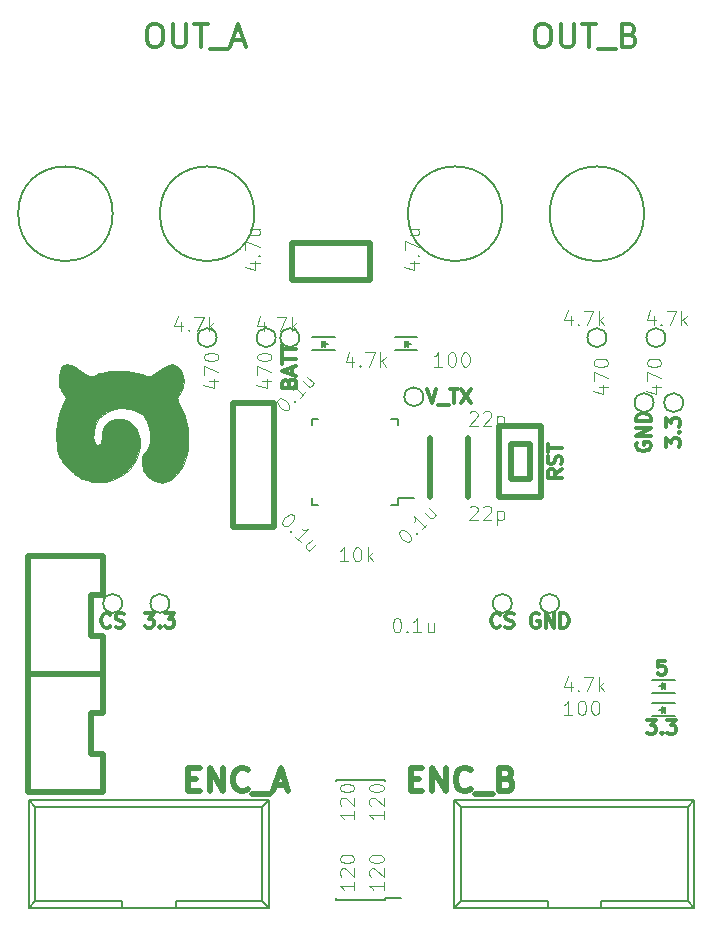
<source format=gbr>
G04 #@! TF.FileFunction,Legend,Top*
%FSLAX46Y46*%
G04 Gerber Fmt 4.6, Leading zero omitted, Abs format (unit mm)*
G04 Created by KiCad (PCBNEW 4.0.5) date 03/15/17 13:10:06*
%MOMM*%
%LPD*%
G01*
G04 APERTURE LIST*
%ADD10C,0.100000*%
%ADD11C,0.300000*%
%ADD12C,0.500000*%
%ADD13C,0.200000*%
%ADD14C,0.150000*%
%ADD15C,0.010000*%
%ADD16C,0.101600*%
G04 APERTURE END LIST*
D10*
D11*
X47614286Y-31342857D02*
X48014286Y-32542857D01*
X48414286Y-31342857D01*
X48528571Y-32657143D02*
X49442857Y-32657143D01*
X49557143Y-31342857D02*
X50242857Y-31342857D01*
X49900000Y-32542857D02*
X49900000Y-31342857D01*
X50528572Y-31342857D02*
X51328572Y-32542857D01*
X51328572Y-31342857D02*
X50528572Y-32542857D01*
X35914286Y-30842857D02*
X35971429Y-30671428D01*
X36028571Y-30614285D01*
X36142857Y-30557142D01*
X36314286Y-30557142D01*
X36428571Y-30614285D01*
X36485714Y-30671428D01*
X36542857Y-30785714D01*
X36542857Y-31242857D01*
X35342857Y-31242857D01*
X35342857Y-30842857D01*
X35400000Y-30728571D01*
X35457143Y-30671428D01*
X35571429Y-30614285D01*
X35685714Y-30614285D01*
X35800000Y-30671428D01*
X35857143Y-30728571D01*
X35914286Y-30842857D01*
X35914286Y-31242857D01*
X36200000Y-30100000D02*
X36200000Y-29528571D01*
X36542857Y-30214285D02*
X35342857Y-29814285D01*
X36542857Y-29414285D01*
X35342857Y-29185714D02*
X35342857Y-28500000D01*
X36542857Y-28842857D02*
X35342857Y-28842857D01*
X35342857Y-28271428D02*
X35342857Y-27585714D01*
X36542857Y-27928571D02*
X35342857Y-27928571D01*
X59042857Y-38157142D02*
X58471429Y-38557142D01*
X59042857Y-38842857D02*
X57842857Y-38842857D01*
X57842857Y-38385714D01*
X57900000Y-38271428D01*
X57957143Y-38214285D01*
X58071429Y-38157142D01*
X58242857Y-38157142D01*
X58357143Y-38214285D01*
X58414286Y-38271428D01*
X58471429Y-38385714D01*
X58471429Y-38842857D01*
X58985714Y-37700000D02*
X59042857Y-37528571D01*
X59042857Y-37242857D01*
X58985714Y-37128571D01*
X58928571Y-37071428D01*
X58814286Y-37014285D01*
X58700000Y-37014285D01*
X58585714Y-37071428D01*
X58528571Y-37128571D01*
X58471429Y-37242857D01*
X58414286Y-37471428D01*
X58357143Y-37585714D01*
X58300000Y-37642857D01*
X58185714Y-37700000D01*
X58071429Y-37700000D01*
X57957143Y-37642857D01*
X57900000Y-37585714D01*
X57842857Y-37471428D01*
X57842857Y-37185714D01*
X57900000Y-37014285D01*
X57842857Y-36671428D02*
X57842857Y-35985714D01*
X59042857Y-36328571D02*
X57842857Y-36328571D01*
X67842857Y-36257142D02*
X67842857Y-35514285D01*
X68300000Y-35914285D01*
X68300000Y-35742857D01*
X68357143Y-35628571D01*
X68414286Y-35571428D01*
X68528571Y-35514285D01*
X68814286Y-35514285D01*
X68928571Y-35571428D01*
X68985714Y-35628571D01*
X69042857Y-35742857D01*
X69042857Y-36085714D01*
X68985714Y-36200000D01*
X68928571Y-36257142D01*
X68928571Y-35000000D02*
X68985714Y-34942857D01*
X69042857Y-35000000D01*
X68985714Y-35057143D01*
X68928571Y-35000000D01*
X69042857Y-35000000D01*
X67842857Y-34542856D02*
X67842857Y-33799999D01*
X68300000Y-34199999D01*
X68300000Y-34028571D01*
X68357143Y-33914285D01*
X68414286Y-33857142D01*
X68528571Y-33799999D01*
X68814286Y-33799999D01*
X68928571Y-33857142D01*
X68985714Y-33914285D01*
X69042857Y-34028571D01*
X69042857Y-34371428D01*
X68985714Y-34485714D01*
X68928571Y-34542856D01*
X65400000Y-35914285D02*
X65342857Y-36028571D01*
X65342857Y-36200000D01*
X65400000Y-36371428D01*
X65514286Y-36485714D01*
X65628571Y-36542857D01*
X65857143Y-36600000D01*
X66028571Y-36600000D01*
X66257143Y-36542857D01*
X66371429Y-36485714D01*
X66485714Y-36371428D01*
X66542857Y-36200000D01*
X66542857Y-36085714D01*
X66485714Y-35914285D01*
X66428571Y-35857142D01*
X66028571Y-35857142D01*
X66028571Y-36085714D01*
X66542857Y-35342857D02*
X65342857Y-35342857D01*
X66542857Y-34657142D01*
X65342857Y-34657142D01*
X66542857Y-34085714D02*
X65342857Y-34085714D01*
X65342857Y-33799999D01*
X65400000Y-33628571D01*
X65514286Y-33514285D01*
X65628571Y-33457142D01*
X65857143Y-33399999D01*
X66028571Y-33399999D01*
X66257143Y-33457142D01*
X66371429Y-33514285D01*
X66485714Y-33628571D01*
X66542857Y-33799999D01*
X66542857Y-34085714D01*
X66242858Y-59342857D02*
X66985715Y-59342857D01*
X66585715Y-59800000D01*
X66757143Y-59800000D01*
X66871429Y-59857143D01*
X66928572Y-59914286D01*
X66985715Y-60028571D01*
X66985715Y-60314286D01*
X66928572Y-60428571D01*
X66871429Y-60485714D01*
X66757143Y-60542857D01*
X66414286Y-60542857D01*
X66300000Y-60485714D01*
X66242858Y-60428571D01*
X67500000Y-60428571D02*
X67557143Y-60485714D01*
X67500000Y-60542857D01*
X67442857Y-60485714D01*
X67500000Y-60428571D01*
X67500000Y-60542857D01*
X67957144Y-59342857D02*
X68700001Y-59342857D01*
X68300001Y-59800000D01*
X68471429Y-59800000D01*
X68585715Y-59857143D01*
X68642858Y-59914286D01*
X68700001Y-60028571D01*
X68700001Y-60314286D01*
X68642858Y-60428571D01*
X68585715Y-60485714D01*
X68471429Y-60542857D01*
X68128572Y-60542857D01*
X68014286Y-60485714D01*
X67957144Y-60428571D01*
X67785715Y-54342857D02*
X67214286Y-54342857D01*
X67157143Y-54914286D01*
X67214286Y-54857143D01*
X67328572Y-54800000D01*
X67614286Y-54800000D01*
X67728572Y-54857143D01*
X67785715Y-54914286D01*
X67842858Y-55028571D01*
X67842858Y-55314286D01*
X67785715Y-55428571D01*
X67728572Y-55485714D01*
X67614286Y-55542857D01*
X67328572Y-55542857D01*
X67214286Y-55485714D01*
X67157143Y-55428571D01*
X53800001Y-51428571D02*
X53742858Y-51485714D01*
X53571429Y-51542857D01*
X53457143Y-51542857D01*
X53285715Y-51485714D01*
X53171429Y-51371429D01*
X53114286Y-51257143D01*
X53057143Y-51028571D01*
X53057143Y-50857143D01*
X53114286Y-50628571D01*
X53171429Y-50514286D01*
X53285715Y-50400000D01*
X53457143Y-50342857D01*
X53571429Y-50342857D01*
X53742858Y-50400000D01*
X53800001Y-50457143D01*
X54257143Y-51485714D02*
X54428572Y-51542857D01*
X54714286Y-51542857D01*
X54828572Y-51485714D01*
X54885715Y-51428571D01*
X54942858Y-51314286D01*
X54942858Y-51200000D01*
X54885715Y-51085714D01*
X54828572Y-51028571D01*
X54714286Y-50971429D01*
X54485715Y-50914286D01*
X54371429Y-50857143D01*
X54314286Y-50800000D01*
X54257143Y-50685714D01*
X54257143Y-50571429D01*
X54314286Y-50457143D01*
X54371429Y-50400000D01*
X54485715Y-50342857D01*
X54771429Y-50342857D01*
X54942858Y-50400000D01*
X20800001Y-51428571D02*
X20742858Y-51485714D01*
X20571429Y-51542857D01*
X20457143Y-51542857D01*
X20285715Y-51485714D01*
X20171429Y-51371429D01*
X20114286Y-51257143D01*
X20057143Y-51028571D01*
X20057143Y-50857143D01*
X20114286Y-50628571D01*
X20171429Y-50514286D01*
X20285715Y-50400000D01*
X20457143Y-50342857D01*
X20571429Y-50342857D01*
X20742858Y-50400000D01*
X20800001Y-50457143D01*
X21257143Y-51485714D02*
X21428572Y-51542857D01*
X21714286Y-51542857D01*
X21828572Y-51485714D01*
X21885715Y-51428571D01*
X21942858Y-51314286D01*
X21942858Y-51200000D01*
X21885715Y-51085714D01*
X21828572Y-51028571D01*
X21714286Y-50971429D01*
X21485715Y-50914286D01*
X21371429Y-50857143D01*
X21314286Y-50800000D01*
X21257143Y-50685714D01*
X21257143Y-50571429D01*
X21314286Y-50457143D01*
X21371429Y-50400000D01*
X21485715Y-50342857D01*
X21771429Y-50342857D01*
X21942858Y-50400000D01*
X57085715Y-50400000D02*
X56971429Y-50342857D01*
X56800000Y-50342857D01*
X56628572Y-50400000D01*
X56514286Y-50514286D01*
X56457143Y-50628571D01*
X56400000Y-50857143D01*
X56400000Y-51028571D01*
X56457143Y-51257143D01*
X56514286Y-51371429D01*
X56628572Y-51485714D01*
X56800000Y-51542857D01*
X56914286Y-51542857D01*
X57085715Y-51485714D01*
X57142858Y-51428571D01*
X57142858Y-51028571D01*
X56914286Y-51028571D01*
X57657143Y-51542857D02*
X57657143Y-50342857D01*
X58342858Y-51542857D01*
X58342858Y-50342857D01*
X58914286Y-51542857D02*
X58914286Y-50342857D01*
X59200001Y-50342857D01*
X59371429Y-50400000D01*
X59485715Y-50514286D01*
X59542858Y-50628571D01*
X59600001Y-50857143D01*
X59600001Y-51028571D01*
X59542858Y-51257143D01*
X59485715Y-51371429D01*
X59371429Y-51485714D01*
X59200001Y-51542857D01*
X58914286Y-51542857D01*
X23742858Y-50342857D02*
X24485715Y-50342857D01*
X24085715Y-50800000D01*
X24257143Y-50800000D01*
X24371429Y-50857143D01*
X24428572Y-50914286D01*
X24485715Y-51028571D01*
X24485715Y-51314286D01*
X24428572Y-51428571D01*
X24371429Y-51485714D01*
X24257143Y-51542857D01*
X23914286Y-51542857D01*
X23800000Y-51485714D01*
X23742858Y-51428571D01*
X25000000Y-51428571D02*
X25057143Y-51485714D01*
X25000000Y-51542857D01*
X24942857Y-51485714D01*
X25000000Y-51428571D01*
X25000000Y-51542857D01*
X25457144Y-50342857D02*
X26200001Y-50342857D01*
X25800001Y-50800000D01*
X25971429Y-50800000D01*
X26085715Y-50857143D01*
X26142858Y-50914286D01*
X26200001Y-51028571D01*
X26200001Y-51314286D01*
X26142858Y-51428571D01*
X26085715Y-51485714D01*
X25971429Y-51542857D01*
X25628572Y-51542857D01*
X25514286Y-51485714D01*
X25457144Y-51428571D01*
D12*
X27404761Y-64357143D02*
X28071428Y-64357143D01*
X28357142Y-65404762D02*
X27404761Y-65404762D01*
X27404761Y-63404762D01*
X28357142Y-63404762D01*
X29214285Y-65404762D02*
X29214285Y-63404762D01*
X30357143Y-65404762D01*
X30357143Y-63404762D01*
X32452381Y-65214286D02*
X32357143Y-65309524D01*
X32071428Y-65404762D01*
X31880952Y-65404762D01*
X31595238Y-65309524D01*
X31404762Y-65119048D01*
X31309523Y-64928571D01*
X31214285Y-64547619D01*
X31214285Y-64261905D01*
X31309523Y-63880952D01*
X31404762Y-63690476D01*
X31595238Y-63500000D01*
X31880952Y-63404762D01*
X32071428Y-63404762D01*
X32357143Y-63500000D01*
X32452381Y-63595238D01*
X32833333Y-65595238D02*
X34357143Y-65595238D01*
X34738095Y-64833333D02*
X35690476Y-64833333D01*
X34547619Y-65404762D02*
X35214286Y-63404762D01*
X35880953Y-65404762D01*
X46261904Y-64357143D02*
X46928571Y-64357143D01*
X47214285Y-65404762D02*
X46261904Y-65404762D01*
X46261904Y-63404762D01*
X47214285Y-63404762D01*
X48071428Y-65404762D02*
X48071428Y-63404762D01*
X49214286Y-65404762D01*
X49214286Y-63404762D01*
X51309524Y-65214286D02*
X51214286Y-65309524D01*
X50928571Y-65404762D01*
X50738095Y-65404762D01*
X50452381Y-65309524D01*
X50261905Y-65119048D01*
X50166666Y-64928571D01*
X50071428Y-64547619D01*
X50071428Y-64261905D01*
X50166666Y-63880952D01*
X50261905Y-63690476D01*
X50452381Y-63500000D01*
X50738095Y-63404762D01*
X50928571Y-63404762D01*
X51214286Y-63500000D01*
X51309524Y-63595238D01*
X51690476Y-65595238D02*
X53214286Y-65595238D01*
X54357143Y-64357143D02*
X54642857Y-64452381D01*
X54738096Y-64547619D01*
X54833334Y-64738095D01*
X54833334Y-65023810D01*
X54738096Y-65214286D01*
X54642857Y-65309524D01*
X54452381Y-65404762D01*
X53690476Y-65404762D01*
X53690476Y-63404762D01*
X54357143Y-63404762D01*
X54547619Y-63500000D01*
X54642857Y-63595238D01*
X54738096Y-63785714D01*
X54738096Y-63976190D01*
X54642857Y-64166667D01*
X54547619Y-64261905D01*
X54357143Y-64357143D01*
X53690476Y-64357143D01*
D13*
X21000000Y-16500000D02*
G75*
G03X21000000Y-16500000I-4000000J0D01*
G01*
X33000000Y-16500000D02*
G75*
G03X33000000Y-16500000I-4000000J0D01*
G01*
X66000000Y-16500000D02*
G75*
G03X66000000Y-16500000I-4000000J0D01*
G01*
X54000000Y-16500000D02*
G75*
G03X54000000Y-16500000I-4000000J0D01*
G01*
D11*
X57238095Y-404762D02*
X57619047Y-404762D01*
X57809523Y-500000D01*
X58000000Y-690476D01*
X58095238Y-1071429D01*
X58095238Y-1738095D01*
X58000000Y-2119048D01*
X57809523Y-2309524D01*
X57619047Y-2404762D01*
X57238095Y-2404762D01*
X57047619Y-2309524D01*
X56857142Y-2119048D01*
X56761904Y-1738095D01*
X56761904Y-1071429D01*
X56857142Y-690476D01*
X57047619Y-500000D01*
X57238095Y-404762D01*
X58952380Y-404762D02*
X58952380Y-2023810D01*
X59047619Y-2214286D01*
X59142857Y-2309524D01*
X59333333Y-2404762D01*
X59714285Y-2404762D01*
X59904761Y-2309524D01*
X60000000Y-2214286D01*
X60095238Y-2023810D01*
X60095238Y-404762D01*
X60761904Y-404762D02*
X61904761Y-404762D01*
X61333333Y-2404762D02*
X61333333Y-404762D01*
X62095238Y-2595238D02*
X63619048Y-2595238D01*
X64761905Y-1357143D02*
X65047619Y-1452381D01*
X65142858Y-1547619D01*
X65238096Y-1738095D01*
X65238096Y-2023810D01*
X65142858Y-2214286D01*
X65047619Y-2309524D01*
X64857143Y-2404762D01*
X64095238Y-2404762D01*
X64095238Y-404762D01*
X64761905Y-404762D01*
X64952381Y-500000D01*
X65047619Y-595238D01*
X65142858Y-785714D01*
X65142858Y-976190D01*
X65047619Y-1166667D01*
X64952381Y-1261905D01*
X64761905Y-1357143D01*
X64095238Y-1357143D01*
X24380952Y-404762D02*
X24761904Y-404762D01*
X24952380Y-500000D01*
X25142857Y-690476D01*
X25238095Y-1071429D01*
X25238095Y-1738095D01*
X25142857Y-2119048D01*
X24952380Y-2309524D01*
X24761904Y-2404762D01*
X24380952Y-2404762D01*
X24190476Y-2309524D01*
X23999999Y-2119048D01*
X23904761Y-1738095D01*
X23904761Y-1071429D01*
X23999999Y-690476D01*
X24190476Y-500000D01*
X24380952Y-404762D01*
X26095237Y-404762D02*
X26095237Y-2023810D01*
X26190476Y-2214286D01*
X26285714Y-2309524D01*
X26476190Y-2404762D01*
X26857142Y-2404762D01*
X27047618Y-2309524D01*
X27142857Y-2214286D01*
X27238095Y-2023810D01*
X27238095Y-404762D01*
X27904761Y-404762D02*
X29047618Y-404762D01*
X28476190Y-2404762D02*
X28476190Y-404762D01*
X29238095Y-2595238D02*
X30761905Y-2595238D01*
X31142857Y-1833333D02*
X32095238Y-1833333D01*
X30952381Y-2404762D02*
X31619048Y-404762D01*
X32285715Y-2404762D01*
D12*
X34700000Y-32500000D02*
X31200000Y-32500000D01*
X34700000Y-43000000D02*
X34700000Y-32500000D01*
X31200000Y-43000000D02*
X31200000Y-32500000D01*
X31200000Y-43000000D02*
X34700000Y-43000000D01*
X42800000Y-19000000D02*
X42800000Y-22100000D01*
X36200000Y-19000000D02*
X36200000Y-22100000D01*
X36200000Y-22100000D02*
X42800000Y-22100000D01*
X36200000Y-19000000D02*
X42800000Y-19000000D01*
X51100000Y-40500000D02*
X51100000Y-35500000D01*
X47900000Y-35500000D02*
X47900000Y-40500000D01*
D14*
X44075000Y-74575000D02*
X44075000Y-74470000D01*
X39925000Y-74575000D02*
X39925000Y-74470000D01*
X39925000Y-64425000D02*
X39925000Y-64530000D01*
X44075000Y-64425000D02*
X44075000Y-64530000D01*
X44075000Y-74575000D02*
X39925000Y-74575000D01*
X44075000Y-64425000D02*
X39925000Y-64425000D01*
X44075000Y-74470000D02*
X45450000Y-74470000D01*
X45125000Y-41125000D02*
X45125000Y-40600000D01*
X37875000Y-41125000D02*
X37875000Y-40600000D01*
X37875000Y-33875000D02*
X37875000Y-34400000D01*
X45125000Y-33875000D02*
X45125000Y-34400000D01*
X45125000Y-41125000D02*
X44600000Y-41125000D01*
X45125000Y-33875000D02*
X44600000Y-33875000D01*
X37875000Y-33875000D02*
X38400000Y-33875000D01*
X37875000Y-41125000D02*
X38400000Y-41125000D01*
X45125000Y-40600000D02*
X46500000Y-40600000D01*
D12*
X56300000Y-36000000D02*
X54700000Y-36000000D01*
X54700000Y-36000000D02*
X54700000Y-39000000D01*
X54700000Y-39000000D02*
X56300000Y-39000000D01*
X56300000Y-39000000D02*
X56300000Y-36000000D01*
X57300000Y-34500000D02*
X53700000Y-34500000D01*
X53700000Y-34500000D02*
X53700000Y-40500000D01*
X53700000Y-40500000D02*
X57300000Y-40500000D01*
X57300000Y-40500000D02*
X57300000Y-34500000D01*
D14*
X68600000Y-55950000D02*
X66700000Y-55950000D01*
X68600000Y-57050000D02*
X66700000Y-57050000D01*
X67700000Y-56500000D02*
X67250000Y-56500000D01*
X67750000Y-56750000D02*
X67750000Y-56250000D01*
X67750000Y-56500000D02*
X67500000Y-56750000D01*
X67500000Y-56750000D02*
X67500000Y-56250000D01*
X67500000Y-56250000D02*
X67750000Y-56500000D01*
X68600000Y-57950000D02*
X66700000Y-57950000D01*
X68600000Y-59050000D02*
X66700000Y-59050000D01*
X67700000Y-58500000D02*
X67250000Y-58500000D01*
X67750000Y-58750000D02*
X67750000Y-58250000D01*
X67750000Y-58500000D02*
X67500000Y-58750000D01*
X67500000Y-58750000D02*
X67500000Y-58250000D01*
X67500000Y-58250000D02*
X67750000Y-58500000D01*
X44900000Y-28050000D02*
X46800000Y-28050000D01*
X44900000Y-26950000D02*
X46800000Y-26950000D01*
X45800000Y-27500000D02*
X46250000Y-27500000D01*
X45750000Y-27250000D02*
X45750000Y-27750000D01*
X45750000Y-27500000D02*
X46000000Y-27250000D01*
X46000000Y-27250000D02*
X46000000Y-27750000D01*
X46000000Y-27750000D02*
X45750000Y-27500000D01*
X37900000Y-28050000D02*
X39800000Y-28050000D01*
X37900000Y-26950000D02*
X39800000Y-26950000D01*
X38800000Y-27500000D02*
X39250000Y-27500000D01*
X38750000Y-27250000D02*
X38750000Y-27750000D01*
X38750000Y-27500000D02*
X39000000Y-27250000D01*
X39000000Y-27250000D02*
X39000000Y-27750000D01*
X39000000Y-27750000D02*
X38750000Y-27500000D01*
X58803219Y-49500000D02*
G75*
G03X58803219Y-49500000I-803219J0D01*
G01*
X25803219Y-49500000D02*
G75*
G03X25803219Y-49500000I-803219J0D01*
G01*
X54803219Y-49500000D02*
G75*
G03X54803219Y-49500000I-803219J0D01*
G01*
X21803219Y-49500000D02*
G75*
G03X21803219Y-49500000I-803219J0D01*
G01*
X29803219Y-27000000D02*
G75*
G03X29803219Y-27000000I-803219J0D01*
G01*
X34803219Y-27000000D02*
G75*
G03X34803219Y-27000000I-803219J0D01*
G01*
X47303219Y-32000000D02*
G75*
G03X47303219Y-32000000I-803219J0D01*
G01*
X67803219Y-27000000D02*
G75*
G03X67803219Y-27000000I-803219J0D01*
G01*
X36803219Y-27000000D02*
G75*
G03X36803219Y-27000000I-803219J0D01*
G01*
X69303219Y-32500000D02*
G75*
G03X69303219Y-32500000I-803219J0D01*
G01*
X66803219Y-32500000D02*
G75*
G03X66803219Y-32500000I-803219J0D01*
G01*
X62803219Y-27000000D02*
G75*
G03X62803219Y-27000000I-803219J0D01*
G01*
X13920000Y-66180000D02*
X34240000Y-66180000D01*
X14460000Y-66730000D02*
X33680000Y-66730000D01*
X13920000Y-75280000D02*
X34240000Y-75280000D01*
X14460000Y-74730000D02*
X21830000Y-74730000D01*
X26330000Y-74730000D02*
X33680000Y-74730000D01*
X21830000Y-74730000D02*
X21830000Y-75280000D01*
X26330000Y-74730000D02*
X26330000Y-75280000D01*
X13920000Y-66180000D02*
X13920000Y-75280000D01*
X14460000Y-66730000D02*
X14460000Y-74730000D01*
X34240000Y-66180000D02*
X34240000Y-75280000D01*
X33680000Y-66730000D02*
X33680000Y-74730000D01*
X13920000Y-66180000D02*
X14460000Y-66730000D01*
X34240000Y-66180000D02*
X33680000Y-66730000D01*
X13920000Y-75280000D02*
X14460000Y-74730000D01*
X34240000Y-75280000D02*
X33680000Y-74730000D01*
X49920000Y-66180000D02*
X70240000Y-66180000D01*
X50460000Y-66730000D02*
X69680000Y-66730000D01*
X49920000Y-75280000D02*
X70240000Y-75280000D01*
X50460000Y-74730000D02*
X57830000Y-74730000D01*
X62330000Y-74730000D02*
X69680000Y-74730000D01*
X57830000Y-74730000D02*
X57830000Y-75280000D01*
X62330000Y-74730000D02*
X62330000Y-75280000D01*
X49920000Y-66180000D02*
X49920000Y-75280000D01*
X50460000Y-66730000D02*
X50460000Y-74730000D01*
X70240000Y-66180000D02*
X70240000Y-75280000D01*
X69680000Y-66730000D02*
X69680000Y-74730000D01*
X49920000Y-66180000D02*
X50460000Y-66730000D01*
X70240000Y-66180000D02*
X69680000Y-66730000D01*
X49920000Y-75280000D02*
X50460000Y-74730000D01*
X70240000Y-75280000D02*
X69680000Y-74730000D01*
D12*
X19200000Y-62250000D02*
X19200000Y-58750000D01*
X19200000Y-58750000D02*
X20200000Y-58750000D01*
X20200000Y-58750000D02*
X20200000Y-55500000D01*
X20200000Y-65500000D02*
X20200000Y-62250000D01*
X20200000Y-62250000D02*
X19200000Y-62250000D01*
X13800000Y-65500000D02*
X13800000Y-55500000D01*
X13800000Y-55500000D02*
X20200000Y-55500000D01*
X13800000Y-65500000D02*
X20200000Y-65500000D01*
X19200000Y-52250000D02*
X19200000Y-48750000D01*
X19200000Y-48750000D02*
X20200000Y-48750000D01*
X20200000Y-48750000D02*
X20200000Y-45500000D01*
X20200000Y-55500000D02*
X20200000Y-52250000D01*
X20200000Y-52250000D02*
X19200000Y-52250000D01*
X13800000Y-55500000D02*
X13800000Y-45500000D01*
X13800000Y-45500000D02*
X20200000Y-45500000D01*
X13800000Y-55500000D02*
X20200000Y-55500000D01*
D15*
G36*
X17389403Y-29306246D02*
X17705218Y-29436997D01*
X18064902Y-29647421D01*
X18070091Y-29650838D01*
X18347670Y-29832361D01*
X18591297Y-29987790D01*
X18850661Y-30148717D01*
X18920112Y-30191264D01*
X19025364Y-30247785D01*
X19123656Y-30273269D01*
X19237470Y-30264824D01*
X19389287Y-30219554D01*
X19601590Y-30134567D01*
X19705244Y-30090202D01*
X19876226Y-30030274D01*
X20035444Y-29991456D01*
X20196826Y-29956492D01*
X20331600Y-29917409D01*
X20474963Y-29884762D01*
X20695010Y-29855970D01*
X20966855Y-29832346D01*
X21265613Y-29815207D01*
X21566399Y-29805865D01*
X21844327Y-29805636D01*
X22074512Y-29815835D01*
X22138118Y-29821985D01*
X22664229Y-29893140D01*
X23100407Y-29974641D01*
X23458031Y-30069192D01*
X23748483Y-30179501D01*
X23848810Y-30228859D01*
X24031292Y-30273902D01*
X24230478Y-30222477D01*
X24450134Y-30073554D01*
X24466092Y-30059700D01*
X24564545Y-29992293D01*
X24629545Y-29970800D01*
X24700112Y-29941972D01*
X24708866Y-29928341D01*
X24760371Y-29881785D01*
X24880103Y-29801105D01*
X25046118Y-29698991D01*
X25236469Y-29588132D01*
X25429211Y-29481217D01*
X25602400Y-29390936D01*
X25734089Y-29329977D01*
X25762080Y-29319354D01*
X26016653Y-29259424D01*
X26232506Y-29279891D01*
X26439691Y-29386365D01*
X26538708Y-29464352D01*
X26756644Y-29703539D01*
X26903565Y-29992120D01*
X26984303Y-30342493D01*
X27004386Y-30659219D01*
X26975465Y-31067987D01*
X26877486Y-31415456D01*
X26705113Y-31719459D01*
X26675327Y-31758815D01*
X26571120Y-31897193D01*
X26505072Y-32011053D01*
X26478503Y-32120631D01*
X26492734Y-32246164D01*
X26549084Y-32407889D01*
X26648874Y-32626042D01*
X26744687Y-32821957D01*
X26882265Y-33101163D01*
X26982060Y-33304895D01*
X27050943Y-33448941D01*
X27095785Y-33549086D01*
X27123460Y-33621119D01*
X27140837Y-33680826D01*
X27154788Y-33743994D01*
X27162764Y-33782467D01*
X27201852Y-33945457D01*
X27253958Y-34135297D01*
X27269424Y-34187200D01*
X27324517Y-34426361D01*
X27369561Y-34735236D01*
X27401629Y-35082187D01*
X27417792Y-35435578D01*
X27415196Y-35762000D01*
X27355903Y-36458016D01*
X27240335Y-37070477D01*
X27068130Y-37600654D01*
X26838928Y-38049821D01*
X26717139Y-38225800D01*
X26377378Y-38627271D01*
X26041857Y-38932544D01*
X25712514Y-39140280D01*
X25391287Y-39249138D01*
X25211732Y-39266435D01*
X25024806Y-39248607D01*
X24807646Y-39200868D01*
X24595897Y-39133935D01*
X24425208Y-39058523D01*
X24350349Y-39007466D01*
X24257905Y-38936482D01*
X24198151Y-38911600D01*
X24133175Y-38877314D01*
X24026937Y-38790619D01*
X23904250Y-38675753D01*
X23789928Y-38556957D01*
X23708781Y-38458472D01*
X23684400Y-38409693D01*
X23657021Y-38355475D01*
X23645151Y-38352800D01*
X23608194Y-38306459D01*
X23568387Y-38184638D01*
X23530915Y-38013137D01*
X23500965Y-37817758D01*
X23483722Y-37624301D01*
X23481483Y-37538512D01*
X23505882Y-37214359D01*
X23586935Y-36940670D01*
X23737532Y-36676215D01*
X23761875Y-36641773D01*
X23873637Y-36486521D01*
X23973289Y-36348070D01*
X24019850Y-36283369D01*
X24084068Y-36139010D01*
X24133322Y-35920822D01*
X24164988Y-35655825D01*
X24176444Y-35371038D01*
X24165069Y-35093480D01*
X24148611Y-34956770D01*
X24109851Y-34749206D01*
X24063878Y-34563273D01*
X24020285Y-34437458D01*
X24018044Y-34432842D01*
X23952646Y-34272210D01*
X23913112Y-34136911D01*
X23879848Y-34030161D01*
X23846015Y-33984045D01*
X23845164Y-33984000D01*
X23803967Y-33942422D01*
X23747462Y-33840300D01*
X23738127Y-33819817D01*
X23635375Y-33642382D01*
X23486045Y-33488225D01*
X23268216Y-33336485D01*
X23169684Y-33278930D01*
X22796013Y-33111849D01*
X22379910Y-33012369D01*
X21905378Y-32977366D01*
X21652400Y-32982538D01*
X21221109Y-33026117D01*
X20851552Y-33120703D01*
X20511944Y-33277596D01*
X20170497Y-33508098D01*
X20167359Y-33510511D01*
X19871245Y-33780843D01*
X19652037Y-34083648D01*
X19501699Y-34435149D01*
X19412194Y-34851571D01*
X19388157Y-35083585D01*
X19379397Y-35441620D01*
X19409973Y-35728293D01*
X19477655Y-35937624D01*
X19580213Y-36063637D01*
X19715418Y-36100353D01*
X19764392Y-36092474D01*
X19901984Y-36038269D01*
X19994300Y-35945977D01*
X20049027Y-35798504D01*
X20073852Y-35578760D01*
X20077600Y-35396104D01*
X20083541Y-35142784D01*
X20108960Y-34949234D01*
X20165245Y-34779551D01*
X20263784Y-34597827D01*
X20393083Y-34401503D01*
X20619004Y-34151956D01*
X20906866Y-33977900D01*
X21209227Y-33884760D01*
X21539132Y-33844286D01*
X21841631Y-33872453D01*
X22137589Y-33975316D01*
X22447873Y-34158930D01*
X22634512Y-34298368D01*
X22846022Y-34479969D01*
X22991876Y-34647791D01*
X23095829Y-34836303D01*
X23181637Y-35079979D01*
X23188051Y-35101600D01*
X23287979Y-35603832D01*
X23302623Y-36120275D01*
X23234952Y-36630490D01*
X23087937Y-37114038D01*
X22864547Y-37550481D01*
X22823077Y-37612890D01*
X22432322Y-38102750D01*
X21993584Y-38503749D01*
X21502282Y-38818887D01*
X20953832Y-39051166D01*
X20414888Y-39190455D01*
X20177723Y-39232480D01*
X19985736Y-39254257D01*
X19803835Y-39255845D01*
X19596930Y-39237305D01*
X19329932Y-39198698D01*
X19290200Y-39192404D01*
X18816201Y-39086581D01*
X18405514Y-38927059D01*
X18274200Y-38858323D01*
X18030587Y-38718430D01*
X17865788Y-38614552D01*
X17767332Y-38538095D01*
X17722749Y-38480464D01*
X17721531Y-38477458D01*
X17657722Y-38411434D01*
X17623631Y-38403600D01*
X17552824Y-38366873D01*
X17435246Y-38268639D01*
X17287480Y-38126819D01*
X17126111Y-37959330D01*
X16967725Y-37784093D01*
X16828904Y-37619028D01*
X16726234Y-37482054D01*
X16676300Y-37391090D01*
X16674000Y-37377520D01*
X16656298Y-37300530D01*
X16635600Y-37286000D01*
X16599111Y-37256809D01*
X16550310Y-37161866D01*
X16484393Y-36990114D01*
X16403793Y-36752600D01*
X16311313Y-36404165D01*
X16252846Y-36017241D01*
X16226587Y-35572993D01*
X16230734Y-35052586D01*
X16233559Y-34974600D01*
X16269409Y-34427768D01*
X16335863Y-33948913D01*
X16440738Y-33506997D01*
X16591850Y-33070985D01*
X16797017Y-32609840D01*
X16862591Y-32477200D01*
X16953195Y-32291357D01*
X17001640Y-32167634D01*
X17014037Y-32078752D01*
X16996500Y-31997431D01*
X16979752Y-31954299D01*
X16900026Y-31810910D01*
X16787970Y-31661396D01*
X16765541Y-31636432D01*
X16663296Y-31500283D01*
X16595982Y-31362052D01*
X16588466Y-31333834D01*
X16556522Y-31230863D01*
X16522305Y-31190000D01*
X16486100Y-31143257D01*
X16463085Y-31017327D01*
X16452456Y-30833650D01*
X16453409Y-30613670D01*
X16465141Y-30378829D01*
X16486847Y-30150572D01*
X16517726Y-29950340D01*
X16556972Y-29799576D01*
X16576064Y-29755589D01*
X16616336Y-29649405D01*
X16623262Y-29603189D01*
X16654204Y-29524399D01*
X16729963Y-29415412D01*
X16743472Y-29399300D01*
X16904700Y-29286671D01*
X17121287Y-29255896D01*
X17389403Y-29306246D01*
X17389403Y-29306246D01*
G37*
X17389403Y-29306246D02*
X17705218Y-29436997D01*
X18064902Y-29647421D01*
X18070091Y-29650838D01*
X18347670Y-29832361D01*
X18591297Y-29987790D01*
X18850661Y-30148717D01*
X18920112Y-30191264D01*
X19025364Y-30247785D01*
X19123656Y-30273269D01*
X19237470Y-30264824D01*
X19389287Y-30219554D01*
X19601590Y-30134567D01*
X19705244Y-30090202D01*
X19876226Y-30030274D01*
X20035444Y-29991456D01*
X20196826Y-29956492D01*
X20331600Y-29917409D01*
X20474963Y-29884762D01*
X20695010Y-29855970D01*
X20966855Y-29832346D01*
X21265613Y-29815207D01*
X21566399Y-29805865D01*
X21844327Y-29805636D01*
X22074512Y-29815835D01*
X22138118Y-29821985D01*
X22664229Y-29893140D01*
X23100407Y-29974641D01*
X23458031Y-30069192D01*
X23748483Y-30179501D01*
X23848810Y-30228859D01*
X24031292Y-30273902D01*
X24230478Y-30222477D01*
X24450134Y-30073554D01*
X24466092Y-30059700D01*
X24564545Y-29992293D01*
X24629545Y-29970800D01*
X24700112Y-29941972D01*
X24708866Y-29928341D01*
X24760371Y-29881785D01*
X24880103Y-29801105D01*
X25046118Y-29698991D01*
X25236469Y-29588132D01*
X25429211Y-29481217D01*
X25602400Y-29390936D01*
X25734089Y-29329977D01*
X25762080Y-29319354D01*
X26016653Y-29259424D01*
X26232506Y-29279891D01*
X26439691Y-29386365D01*
X26538708Y-29464352D01*
X26756644Y-29703539D01*
X26903565Y-29992120D01*
X26984303Y-30342493D01*
X27004386Y-30659219D01*
X26975465Y-31067987D01*
X26877486Y-31415456D01*
X26705113Y-31719459D01*
X26675327Y-31758815D01*
X26571120Y-31897193D01*
X26505072Y-32011053D01*
X26478503Y-32120631D01*
X26492734Y-32246164D01*
X26549084Y-32407889D01*
X26648874Y-32626042D01*
X26744687Y-32821957D01*
X26882265Y-33101163D01*
X26982060Y-33304895D01*
X27050943Y-33448941D01*
X27095785Y-33549086D01*
X27123460Y-33621119D01*
X27140837Y-33680826D01*
X27154788Y-33743994D01*
X27162764Y-33782467D01*
X27201852Y-33945457D01*
X27253958Y-34135297D01*
X27269424Y-34187200D01*
X27324517Y-34426361D01*
X27369561Y-34735236D01*
X27401629Y-35082187D01*
X27417792Y-35435578D01*
X27415196Y-35762000D01*
X27355903Y-36458016D01*
X27240335Y-37070477D01*
X27068130Y-37600654D01*
X26838928Y-38049821D01*
X26717139Y-38225800D01*
X26377378Y-38627271D01*
X26041857Y-38932544D01*
X25712514Y-39140280D01*
X25391287Y-39249138D01*
X25211732Y-39266435D01*
X25024806Y-39248607D01*
X24807646Y-39200868D01*
X24595897Y-39133935D01*
X24425208Y-39058523D01*
X24350349Y-39007466D01*
X24257905Y-38936482D01*
X24198151Y-38911600D01*
X24133175Y-38877314D01*
X24026937Y-38790619D01*
X23904250Y-38675753D01*
X23789928Y-38556957D01*
X23708781Y-38458472D01*
X23684400Y-38409693D01*
X23657021Y-38355475D01*
X23645151Y-38352800D01*
X23608194Y-38306459D01*
X23568387Y-38184638D01*
X23530915Y-38013137D01*
X23500965Y-37817758D01*
X23483722Y-37624301D01*
X23481483Y-37538512D01*
X23505882Y-37214359D01*
X23586935Y-36940670D01*
X23737532Y-36676215D01*
X23761875Y-36641773D01*
X23873637Y-36486521D01*
X23973289Y-36348070D01*
X24019850Y-36283369D01*
X24084068Y-36139010D01*
X24133322Y-35920822D01*
X24164988Y-35655825D01*
X24176444Y-35371038D01*
X24165069Y-35093480D01*
X24148611Y-34956770D01*
X24109851Y-34749206D01*
X24063878Y-34563273D01*
X24020285Y-34437458D01*
X24018044Y-34432842D01*
X23952646Y-34272210D01*
X23913112Y-34136911D01*
X23879848Y-34030161D01*
X23846015Y-33984045D01*
X23845164Y-33984000D01*
X23803967Y-33942422D01*
X23747462Y-33840300D01*
X23738127Y-33819817D01*
X23635375Y-33642382D01*
X23486045Y-33488225D01*
X23268216Y-33336485D01*
X23169684Y-33278930D01*
X22796013Y-33111849D01*
X22379910Y-33012369D01*
X21905378Y-32977366D01*
X21652400Y-32982538D01*
X21221109Y-33026117D01*
X20851552Y-33120703D01*
X20511944Y-33277596D01*
X20170497Y-33508098D01*
X20167359Y-33510511D01*
X19871245Y-33780843D01*
X19652037Y-34083648D01*
X19501699Y-34435149D01*
X19412194Y-34851571D01*
X19388157Y-35083585D01*
X19379397Y-35441620D01*
X19409973Y-35728293D01*
X19477655Y-35937624D01*
X19580213Y-36063637D01*
X19715418Y-36100353D01*
X19764392Y-36092474D01*
X19901984Y-36038269D01*
X19994300Y-35945977D01*
X20049027Y-35798504D01*
X20073852Y-35578760D01*
X20077600Y-35396104D01*
X20083541Y-35142784D01*
X20108960Y-34949234D01*
X20165245Y-34779551D01*
X20263784Y-34597827D01*
X20393083Y-34401503D01*
X20619004Y-34151956D01*
X20906866Y-33977900D01*
X21209227Y-33884760D01*
X21539132Y-33844286D01*
X21841631Y-33872453D01*
X22137589Y-33975316D01*
X22447873Y-34158930D01*
X22634512Y-34298368D01*
X22846022Y-34479969D01*
X22991876Y-34647791D01*
X23095829Y-34836303D01*
X23181637Y-35079979D01*
X23188051Y-35101600D01*
X23287979Y-35603832D01*
X23302623Y-36120275D01*
X23234952Y-36630490D01*
X23087937Y-37114038D01*
X22864547Y-37550481D01*
X22823077Y-37612890D01*
X22432322Y-38102750D01*
X21993584Y-38503749D01*
X21502282Y-38818887D01*
X20953832Y-39051166D01*
X20414888Y-39190455D01*
X20177723Y-39232480D01*
X19985736Y-39254257D01*
X19803835Y-39255845D01*
X19596930Y-39237305D01*
X19329932Y-39198698D01*
X19290200Y-39192404D01*
X18816201Y-39086581D01*
X18405514Y-38927059D01*
X18274200Y-38858323D01*
X18030587Y-38718430D01*
X17865788Y-38614552D01*
X17767332Y-38538095D01*
X17722749Y-38480464D01*
X17721531Y-38477458D01*
X17657722Y-38411434D01*
X17623631Y-38403600D01*
X17552824Y-38366873D01*
X17435246Y-38268639D01*
X17287480Y-38126819D01*
X17126111Y-37959330D01*
X16967725Y-37784093D01*
X16828904Y-37619028D01*
X16726234Y-37482054D01*
X16676300Y-37391090D01*
X16674000Y-37377520D01*
X16656298Y-37300530D01*
X16635600Y-37286000D01*
X16599111Y-37256809D01*
X16550310Y-37161866D01*
X16484393Y-36990114D01*
X16403793Y-36752600D01*
X16311313Y-36404165D01*
X16252846Y-36017241D01*
X16226587Y-35572993D01*
X16230734Y-35052586D01*
X16233559Y-34974600D01*
X16269409Y-34427768D01*
X16335863Y-33948913D01*
X16440738Y-33506997D01*
X16591850Y-33070985D01*
X16797017Y-32609840D01*
X16862591Y-32477200D01*
X16953195Y-32291357D01*
X17001640Y-32167634D01*
X17014037Y-32078752D01*
X16996500Y-31997431D01*
X16979752Y-31954299D01*
X16900026Y-31810910D01*
X16787970Y-31661396D01*
X16765541Y-31636432D01*
X16663296Y-31500283D01*
X16595982Y-31362052D01*
X16588466Y-31333834D01*
X16556522Y-31230863D01*
X16522305Y-31190000D01*
X16486100Y-31143257D01*
X16463085Y-31017327D01*
X16452456Y-30833650D01*
X16453409Y-30613670D01*
X16465141Y-30378829D01*
X16486847Y-30150572D01*
X16517726Y-29950340D01*
X16556972Y-29799576D01*
X16576064Y-29755589D01*
X16616336Y-29649405D01*
X16623262Y-29603189D01*
X16654204Y-29524399D01*
X16729963Y-29415412D01*
X16743472Y-29399300D01*
X16904700Y-29286671D01*
X17121287Y-29255896D01*
X17389403Y-29306246D01*
D16*
X45017071Y-50736048D02*
X45131976Y-50736048D01*
X45246881Y-50793500D01*
X45304333Y-50850952D01*
X45361786Y-50965857D01*
X45419238Y-51195667D01*
X45419238Y-51482929D01*
X45361786Y-51712738D01*
X45304333Y-51827643D01*
X45246881Y-51885095D01*
X45131976Y-51942548D01*
X45017071Y-51942548D01*
X44902167Y-51885095D01*
X44844714Y-51827643D01*
X44787262Y-51712738D01*
X44729810Y-51482929D01*
X44729810Y-51195667D01*
X44787262Y-50965857D01*
X44844714Y-50850952D01*
X44902167Y-50793500D01*
X45017071Y-50736048D01*
X45936310Y-51827643D02*
X45993762Y-51885095D01*
X45936310Y-51942548D01*
X45878858Y-51885095D01*
X45936310Y-51827643D01*
X45936310Y-51942548D01*
X47142810Y-51942548D02*
X46453382Y-51942548D01*
X46798096Y-51942548D02*
X46798096Y-50736048D01*
X46683191Y-50908405D01*
X46568286Y-51023310D01*
X46453382Y-51080762D01*
X48176953Y-51138214D02*
X48176953Y-51942548D01*
X47659882Y-51138214D02*
X47659882Y-51770190D01*
X47717334Y-51885095D01*
X47832239Y-51942548D01*
X48004596Y-51942548D01*
X48119501Y-51885095D01*
X48176953Y-51827643D01*
X43942548Y-73080762D02*
X43942548Y-73770190D01*
X43942548Y-73425476D02*
X42736048Y-73425476D01*
X42908405Y-73540381D01*
X43023310Y-73655286D01*
X43080762Y-73770190D01*
X42850952Y-72621142D02*
X42793500Y-72563690D01*
X42736048Y-72448785D01*
X42736048Y-72161523D01*
X42793500Y-72046619D01*
X42850952Y-71989166D01*
X42965857Y-71931714D01*
X43080762Y-71931714D01*
X43253119Y-71989166D01*
X43942548Y-72678595D01*
X43942548Y-71931714D01*
X42736048Y-71184833D02*
X42736048Y-71069928D01*
X42793500Y-70955023D01*
X42850952Y-70897571D01*
X42965857Y-70840118D01*
X43195667Y-70782666D01*
X43482929Y-70782666D01*
X43712738Y-70840118D01*
X43827643Y-70897571D01*
X43885095Y-70955023D01*
X43942548Y-71069928D01*
X43942548Y-71184833D01*
X43885095Y-71299737D01*
X43827643Y-71357190D01*
X43712738Y-71414642D01*
X43482929Y-71472094D01*
X43195667Y-71472094D01*
X42965857Y-71414642D01*
X42850952Y-71357190D01*
X42793500Y-71299737D01*
X42736048Y-71184833D01*
X43942548Y-67080762D02*
X43942548Y-67770190D01*
X43942548Y-67425476D02*
X42736048Y-67425476D01*
X42908405Y-67540381D01*
X43023310Y-67655286D01*
X43080762Y-67770190D01*
X42850952Y-66621142D02*
X42793500Y-66563690D01*
X42736048Y-66448785D01*
X42736048Y-66161523D01*
X42793500Y-66046619D01*
X42850952Y-65989166D01*
X42965857Y-65931714D01*
X43080762Y-65931714D01*
X43253119Y-65989166D01*
X43942548Y-66678595D01*
X43942548Y-65931714D01*
X42736048Y-65184833D02*
X42736048Y-65069928D01*
X42793500Y-64955023D01*
X42850952Y-64897571D01*
X42965857Y-64840118D01*
X43195667Y-64782666D01*
X43482929Y-64782666D01*
X43712738Y-64840118D01*
X43827643Y-64897571D01*
X43885095Y-64955023D01*
X43942548Y-65069928D01*
X43942548Y-65184833D01*
X43885095Y-65299737D01*
X43827643Y-65357190D01*
X43712738Y-65414642D01*
X43482929Y-65472094D01*
X43195667Y-65472094D01*
X42965857Y-65414642D01*
X42850952Y-65357190D01*
X42793500Y-65299737D01*
X42736048Y-65184833D01*
X41442548Y-73080762D02*
X41442548Y-73770190D01*
X41442548Y-73425476D02*
X40236048Y-73425476D01*
X40408405Y-73540381D01*
X40523310Y-73655286D01*
X40580762Y-73770190D01*
X40350952Y-72621142D02*
X40293500Y-72563690D01*
X40236048Y-72448785D01*
X40236048Y-72161523D01*
X40293500Y-72046619D01*
X40350952Y-71989166D01*
X40465857Y-71931714D01*
X40580762Y-71931714D01*
X40753119Y-71989166D01*
X41442548Y-72678595D01*
X41442548Y-71931714D01*
X40236048Y-71184833D02*
X40236048Y-71069928D01*
X40293500Y-70955023D01*
X40350952Y-70897571D01*
X40465857Y-70840118D01*
X40695667Y-70782666D01*
X40982929Y-70782666D01*
X41212738Y-70840118D01*
X41327643Y-70897571D01*
X41385095Y-70955023D01*
X41442548Y-71069928D01*
X41442548Y-71184833D01*
X41385095Y-71299737D01*
X41327643Y-71357190D01*
X41212738Y-71414642D01*
X40982929Y-71472094D01*
X40695667Y-71472094D01*
X40465857Y-71414642D01*
X40350952Y-71357190D01*
X40293500Y-71299737D01*
X40236048Y-71184833D01*
X41442548Y-67080762D02*
X41442548Y-67770190D01*
X41442548Y-67425476D02*
X40236048Y-67425476D01*
X40408405Y-67540381D01*
X40523310Y-67655286D01*
X40580762Y-67770190D01*
X40350952Y-66621142D02*
X40293500Y-66563690D01*
X40236048Y-66448785D01*
X40236048Y-66161523D01*
X40293500Y-66046619D01*
X40350952Y-65989166D01*
X40465857Y-65931714D01*
X40580762Y-65931714D01*
X40753119Y-65989166D01*
X41442548Y-66678595D01*
X41442548Y-65931714D01*
X40236048Y-65184833D02*
X40236048Y-65069928D01*
X40293500Y-64955023D01*
X40350952Y-64897571D01*
X40465857Y-64840118D01*
X40695667Y-64782666D01*
X40982929Y-64782666D01*
X41212738Y-64840118D01*
X41327643Y-64897571D01*
X41385095Y-64955023D01*
X41442548Y-65069928D01*
X41442548Y-65184833D01*
X41385095Y-65299737D01*
X41327643Y-65357190D01*
X41212738Y-65414642D01*
X40982929Y-65472094D01*
X40695667Y-65472094D01*
X40465857Y-65414642D01*
X40350952Y-65357190D01*
X40293500Y-65299737D01*
X40236048Y-65184833D01*
X51229810Y-41350952D02*
X51287262Y-41293500D01*
X51402167Y-41236048D01*
X51689429Y-41236048D01*
X51804333Y-41293500D01*
X51861786Y-41350952D01*
X51919238Y-41465857D01*
X51919238Y-41580762D01*
X51861786Y-41753119D01*
X51172357Y-42442548D01*
X51919238Y-42442548D01*
X52378858Y-41350952D02*
X52436310Y-41293500D01*
X52551215Y-41236048D01*
X52838477Y-41236048D01*
X52953381Y-41293500D01*
X53010834Y-41350952D01*
X53068286Y-41465857D01*
X53068286Y-41580762D01*
X53010834Y-41753119D01*
X52321405Y-42442548D01*
X53068286Y-42442548D01*
X53585358Y-41638214D02*
X53585358Y-42844714D01*
X53585358Y-41695667D02*
X53700263Y-41638214D01*
X53930072Y-41638214D01*
X54044977Y-41695667D01*
X54102429Y-41753119D01*
X54159882Y-41868024D01*
X54159882Y-42212738D01*
X54102429Y-42327643D01*
X54044977Y-42385095D01*
X53930072Y-42442548D01*
X53700263Y-42442548D01*
X53585358Y-42385095D01*
X51229810Y-33350952D02*
X51287262Y-33293500D01*
X51402167Y-33236048D01*
X51689429Y-33236048D01*
X51804333Y-33293500D01*
X51861786Y-33350952D01*
X51919238Y-33465857D01*
X51919238Y-33580762D01*
X51861786Y-33753119D01*
X51172357Y-34442548D01*
X51919238Y-34442548D01*
X52378858Y-33350952D02*
X52436310Y-33293500D01*
X52551215Y-33236048D01*
X52838477Y-33236048D01*
X52953381Y-33293500D01*
X53010834Y-33350952D01*
X53068286Y-33465857D01*
X53068286Y-33580762D01*
X53010834Y-33753119D01*
X52321405Y-34442548D01*
X53068286Y-34442548D01*
X53585358Y-33638214D02*
X53585358Y-34844714D01*
X53585358Y-33695667D02*
X53700263Y-33638214D01*
X53930072Y-33638214D01*
X54044977Y-33695667D01*
X54102429Y-33753119D01*
X54159882Y-33868024D01*
X54159882Y-34212738D01*
X54102429Y-34327643D01*
X54044977Y-34385095D01*
X53930072Y-34442548D01*
X53700263Y-34442548D01*
X53585358Y-34385095D01*
X36259373Y-41971875D02*
X36340624Y-42053125D01*
X36381249Y-42175000D01*
X36381249Y-42256250D01*
X36340624Y-42378125D01*
X36218749Y-42581250D01*
X36015624Y-42784375D01*
X35812500Y-42906250D01*
X35690624Y-42946875D01*
X35609375Y-42946875D01*
X35487499Y-42906250D01*
X35406249Y-42825000D01*
X35365625Y-42703125D01*
X35365624Y-42621875D01*
X35406250Y-42500000D01*
X35528125Y-42296876D01*
X35731250Y-42093751D01*
X35934374Y-41971875D01*
X36056249Y-41931250D01*
X36137499Y-41931251D01*
X36259373Y-41971875D01*
X36137499Y-43393750D02*
X36137499Y-43474999D01*
X36056249Y-43475000D01*
X36056250Y-43393750D01*
X36137499Y-43393750D01*
X36056249Y-43475000D01*
X36909374Y-44328124D02*
X36421874Y-43840625D01*
X36665624Y-44084375D02*
X37518748Y-43231250D01*
X37315623Y-43271875D01*
X37153123Y-43271875D01*
X37031249Y-43231250D01*
X38209373Y-44490624D02*
X37640623Y-45059374D01*
X37843749Y-44124999D02*
X37396874Y-44571874D01*
X37356249Y-44693749D01*
X37396873Y-44815624D01*
X37518748Y-44937499D01*
X37640624Y-44978124D01*
X37721873Y-44978124D01*
X40919238Y-45942548D02*
X40229810Y-45942548D01*
X40574524Y-45942548D02*
X40574524Y-44736048D01*
X40459619Y-44908405D01*
X40344714Y-45023310D01*
X40229810Y-45080762D01*
X41666119Y-44736048D02*
X41781024Y-44736048D01*
X41895929Y-44793500D01*
X41953381Y-44850952D01*
X42010834Y-44965857D01*
X42068286Y-45195667D01*
X42068286Y-45482929D01*
X42010834Y-45712738D01*
X41953381Y-45827643D01*
X41895929Y-45885095D01*
X41781024Y-45942548D01*
X41666119Y-45942548D01*
X41551215Y-45885095D01*
X41493762Y-45827643D01*
X41436310Y-45712738D01*
X41378858Y-45482929D01*
X41378858Y-45195667D01*
X41436310Y-44965857D01*
X41493762Y-44850952D01*
X41551215Y-44793500D01*
X41666119Y-44736048D01*
X42585358Y-45942548D02*
X42585358Y-44736048D01*
X42700263Y-45482929D02*
X43044977Y-45942548D01*
X43044977Y-45138214D02*
X42585358Y-45597833D01*
X46138214Y-20695667D02*
X46942548Y-20695667D01*
X45678595Y-20982929D02*
X46540381Y-21270190D01*
X46540381Y-20523310D01*
X46827643Y-20063690D02*
X46885095Y-20006238D01*
X46942548Y-20063690D01*
X46885095Y-20121142D01*
X46827643Y-20063690D01*
X46942548Y-20063690D01*
X45736048Y-19604071D02*
X45736048Y-18799738D01*
X46942548Y-19316809D01*
X46138214Y-17823047D02*
X46942548Y-17823047D01*
X46138214Y-18340118D02*
X46770190Y-18340118D01*
X46885095Y-18282666D01*
X46942548Y-18167761D01*
X46942548Y-17995404D01*
X46885095Y-17880499D01*
X46827643Y-17823047D01*
X32638214Y-20695667D02*
X33442548Y-20695667D01*
X32178595Y-20982929D02*
X33040381Y-21270190D01*
X33040381Y-20523310D01*
X33327643Y-20063690D02*
X33385095Y-20006238D01*
X33442548Y-20063690D01*
X33385095Y-20121142D01*
X33327643Y-20063690D01*
X33442548Y-20063690D01*
X32236048Y-19604071D02*
X32236048Y-18799738D01*
X33442548Y-19316809D01*
X32638214Y-17823047D02*
X33442548Y-17823047D01*
X32638214Y-18340118D02*
X33270190Y-18340118D01*
X33385095Y-18282666D01*
X33442548Y-18167761D01*
X33442548Y-17995404D01*
X33385095Y-17880499D01*
X33327643Y-17823047D01*
X34971875Y-32240627D02*
X35053125Y-32159376D01*
X35175000Y-32118751D01*
X35256250Y-32118751D01*
X35378125Y-32159376D01*
X35581250Y-32281251D01*
X35784375Y-32484376D01*
X35906250Y-32687500D01*
X35946875Y-32809376D01*
X35946875Y-32890625D01*
X35906250Y-33012501D01*
X35825000Y-33093751D01*
X35703125Y-33134375D01*
X35621875Y-33134376D01*
X35500000Y-33093750D01*
X35296876Y-32971875D01*
X35093751Y-32768750D01*
X34971875Y-32565626D01*
X34931250Y-32443751D01*
X34931251Y-32362501D01*
X34971875Y-32240627D01*
X36393750Y-32362501D02*
X36474999Y-32362501D01*
X36475000Y-32443751D01*
X36393750Y-32443750D01*
X36393750Y-32362501D01*
X36475000Y-32443751D01*
X37328124Y-31590626D02*
X36840625Y-32078126D01*
X37084375Y-31834376D02*
X36231250Y-30981252D01*
X36271875Y-31184377D01*
X36271875Y-31346877D01*
X36231250Y-31468751D01*
X37490624Y-30290627D02*
X38059374Y-30859377D01*
X37124999Y-30656251D02*
X37571874Y-31103126D01*
X37693749Y-31143751D01*
X37815624Y-31103127D01*
X37937499Y-30981252D01*
X37978124Y-30859376D01*
X37978124Y-30778127D01*
X45295098Y-43392277D02*
X45376348Y-43311026D01*
X45498223Y-43270401D01*
X45579473Y-43270401D01*
X45701348Y-43311026D01*
X45904473Y-43432901D01*
X46107598Y-43636026D01*
X46229473Y-43839150D01*
X46270098Y-43961026D01*
X46270098Y-44042275D01*
X46229473Y-44164151D01*
X46148223Y-44245401D01*
X46026348Y-44286025D01*
X45945098Y-44286026D01*
X45823223Y-44245400D01*
X45620099Y-44123525D01*
X45416974Y-43920400D01*
X45295098Y-43717276D01*
X45254473Y-43595401D01*
X45254474Y-43514151D01*
X45295098Y-43392277D01*
X46716973Y-43514151D02*
X46798222Y-43514151D01*
X46798223Y-43595401D01*
X46716973Y-43595400D01*
X46716973Y-43514151D01*
X46798223Y-43595401D01*
X47651347Y-42742276D02*
X47163848Y-43229776D01*
X47407598Y-42986026D02*
X46554473Y-42132902D01*
X46595098Y-42336027D01*
X46595098Y-42498527D01*
X46554473Y-42620401D01*
X47813847Y-41442277D02*
X48382597Y-42011027D01*
X47448222Y-41807901D02*
X47895097Y-42254776D01*
X48016972Y-42295401D01*
X48138847Y-42254777D01*
X48260722Y-42132902D01*
X48301347Y-42011026D01*
X48301347Y-41929777D01*
X59804333Y-56138214D02*
X59804333Y-56942548D01*
X59517071Y-55678595D02*
X59229810Y-56540381D01*
X59976690Y-56540381D01*
X60436310Y-56827643D02*
X60493762Y-56885095D01*
X60436310Y-56942548D01*
X60378858Y-56885095D01*
X60436310Y-56827643D01*
X60436310Y-56942548D01*
X60895929Y-55736048D02*
X61700262Y-55736048D01*
X61183191Y-56942548D01*
X62159882Y-56942548D02*
X62159882Y-55736048D01*
X62274787Y-56482929D02*
X62619501Y-56942548D01*
X62619501Y-56138214D02*
X62159882Y-56597833D01*
X59919238Y-58942548D02*
X59229810Y-58942548D01*
X59574524Y-58942548D02*
X59574524Y-57736048D01*
X59459619Y-57908405D01*
X59344714Y-58023310D01*
X59229810Y-58080762D01*
X60666119Y-57736048D02*
X60781024Y-57736048D01*
X60895929Y-57793500D01*
X60953381Y-57850952D01*
X61010834Y-57965857D01*
X61068286Y-58195667D01*
X61068286Y-58482929D01*
X61010834Y-58712738D01*
X60953381Y-58827643D01*
X60895929Y-58885095D01*
X60781024Y-58942548D01*
X60666119Y-58942548D01*
X60551215Y-58885095D01*
X60493762Y-58827643D01*
X60436310Y-58712738D01*
X60378858Y-58482929D01*
X60378858Y-58195667D01*
X60436310Y-57965857D01*
X60493762Y-57850952D01*
X60551215Y-57793500D01*
X60666119Y-57736048D01*
X61815167Y-57736048D02*
X61930072Y-57736048D01*
X62044977Y-57793500D01*
X62102429Y-57850952D01*
X62159882Y-57965857D01*
X62217334Y-58195667D01*
X62217334Y-58482929D01*
X62159882Y-58712738D01*
X62102429Y-58827643D01*
X62044977Y-58885095D01*
X61930072Y-58942548D01*
X61815167Y-58942548D01*
X61700263Y-58885095D01*
X61642810Y-58827643D01*
X61585358Y-58712738D01*
X61527906Y-58482929D01*
X61527906Y-58195667D01*
X61585358Y-57965857D01*
X61642810Y-57850952D01*
X61700263Y-57793500D01*
X61815167Y-57736048D01*
X48919238Y-29442548D02*
X48229810Y-29442548D01*
X48574524Y-29442548D02*
X48574524Y-28236048D01*
X48459619Y-28408405D01*
X48344714Y-28523310D01*
X48229810Y-28580762D01*
X49666119Y-28236048D02*
X49781024Y-28236048D01*
X49895929Y-28293500D01*
X49953381Y-28350952D01*
X50010834Y-28465857D01*
X50068286Y-28695667D01*
X50068286Y-28982929D01*
X50010834Y-29212738D01*
X49953381Y-29327643D01*
X49895929Y-29385095D01*
X49781024Y-29442548D01*
X49666119Y-29442548D01*
X49551215Y-29385095D01*
X49493762Y-29327643D01*
X49436310Y-29212738D01*
X49378858Y-28982929D01*
X49378858Y-28695667D01*
X49436310Y-28465857D01*
X49493762Y-28350952D01*
X49551215Y-28293500D01*
X49666119Y-28236048D01*
X50815167Y-28236048D02*
X50930072Y-28236048D01*
X51044977Y-28293500D01*
X51102429Y-28350952D01*
X51159882Y-28465857D01*
X51217334Y-28695667D01*
X51217334Y-28982929D01*
X51159882Y-29212738D01*
X51102429Y-29327643D01*
X51044977Y-29385095D01*
X50930072Y-29442548D01*
X50815167Y-29442548D01*
X50700263Y-29385095D01*
X50642810Y-29327643D01*
X50585358Y-29212738D01*
X50527906Y-28982929D01*
X50527906Y-28695667D01*
X50585358Y-28465857D01*
X50642810Y-28350952D01*
X50700263Y-28293500D01*
X50815167Y-28236048D01*
X41304333Y-28638214D02*
X41304333Y-29442548D01*
X41017071Y-28178595D02*
X40729810Y-29040381D01*
X41476690Y-29040381D01*
X41936310Y-29327643D02*
X41993762Y-29385095D01*
X41936310Y-29442548D01*
X41878858Y-29385095D01*
X41936310Y-29327643D01*
X41936310Y-29442548D01*
X42395929Y-28236048D02*
X43200262Y-28236048D01*
X42683191Y-29442548D01*
X43659882Y-29442548D02*
X43659882Y-28236048D01*
X43774787Y-28982929D02*
X44119501Y-29442548D01*
X44119501Y-28638214D02*
X43659882Y-29097833D01*
X33804333Y-25638214D02*
X33804333Y-26442548D01*
X33517071Y-25178595D02*
X33229810Y-26040381D01*
X33976690Y-26040381D01*
X34436310Y-26327643D02*
X34493762Y-26385095D01*
X34436310Y-26442548D01*
X34378858Y-26385095D01*
X34436310Y-26327643D01*
X34436310Y-26442548D01*
X34895929Y-25236048D02*
X35700262Y-25236048D01*
X35183191Y-26442548D01*
X36159882Y-26442548D02*
X36159882Y-25236048D01*
X36274787Y-25982929D02*
X36619501Y-26442548D01*
X36619501Y-25638214D02*
X36159882Y-26097833D01*
X26804333Y-25638214D02*
X26804333Y-26442548D01*
X26517071Y-25178595D02*
X26229810Y-26040381D01*
X26976690Y-26040381D01*
X27436310Y-26327643D02*
X27493762Y-26385095D01*
X27436310Y-26442548D01*
X27378858Y-26385095D01*
X27436310Y-26327643D01*
X27436310Y-26442548D01*
X27895929Y-25236048D02*
X28700262Y-25236048D01*
X28183191Y-26442548D01*
X29159882Y-26442548D02*
X29159882Y-25236048D01*
X29274787Y-25982929D02*
X29619501Y-26442548D01*
X29619501Y-25638214D02*
X29159882Y-26097833D01*
X59804333Y-25138214D02*
X59804333Y-25942548D01*
X59517071Y-24678595D02*
X59229810Y-25540381D01*
X59976690Y-25540381D01*
X60436310Y-25827643D02*
X60493762Y-25885095D01*
X60436310Y-25942548D01*
X60378858Y-25885095D01*
X60436310Y-25827643D01*
X60436310Y-25942548D01*
X60895929Y-24736048D02*
X61700262Y-24736048D01*
X61183191Y-25942548D01*
X62159882Y-25942548D02*
X62159882Y-24736048D01*
X62274787Y-25482929D02*
X62619501Y-25942548D01*
X62619501Y-25138214D02*
X62159882Y-25597833D01*
X66804333Y-25138214D02*
X66804333Y-25942548D01*
X66517071Y-24678595D02*
X66229810Y-25540381D01*
X66976690Y-25540381D01*
X67436310Y-25827643D02*
X67493762Y-25885095D01*
X67436310Y-25942548D01*
X67378858Y-25885095D01*
X67436310Y-25827643D01*
X67436310Y-25942548D01*
X67895929Y-24736048D02*
X68700262Y-24736048D01*
X68183191Y-25942548D01*
X69159882Y-25942548D02*
X69159882Y-24736048D01*
X69274787Y-25482929D02*
X69619501Y-25942548D01*
X69619501Y-25138214D02*
X69159882Y-25597833D01*
X33638214Y-30695667D02*
X34442548Y-30695667D01*
X33178595Y-30982929D02*
X34040381Y-31270190D01*
X34040381Y-30523310D01*
X33236048Y-30178595D02*
X33236048Y-29374262D01*
X34442548Y-29891333D01*
X33236048Y-28684833D02*
X33236048Y-28569928D01*
X33293500Y-28455023D01*
X33350952Y-28397571D01*
X33465857Y-28340118D01*
X33695667Y-28282666D01*
X33982929Y-28282666D01*
X34212738Y-28340118D01*
X34327643Y-28397571D01*
X34385095Y-28455023D01*
X34442548Y-28569928D01*
X34442548Y-28684833D01*
X34385095Y-28799737D01*
X34327643Y-28857190D01*
X34212738Y-28914642D01*
X33982929Y-28972094D01*
X33695667Y-28972094D01*
X33465857Y-28914642D01*
X33350952Y-28857190D01*
X33293500Y-28799737D01*
X33236048Y-28684833D01*
X29138214Y-30695667D02*
X29942548Y-30695667D01*
X28678595Y-30982929D02*
X29540381Y-31270190D01*
X29540381Y-30523310D01*
X28736048Y-30178595D02*
X28736048Y-29374262D01*
X29942548Y-29891333D01*
X28736048Y-28684833D02*
X28736048Y-28569928D01*
X28793500Y-28455023D01*
X28850952Y-28397571D01*
X28965857Y-28340118D01*
X29195667Y-28282666D01*
X29482929Y-28282666D01*
X29712738Y-28340118D01*
X29827643Y-28397571D01*
X29885095Y-28455023D01*
X29942548Y-28569928D01*
X29942548Y-28684833D01*
X29885095Y-28799737D01*
X29827643Y-28857190D01*
X29712738Y-28914642D01*
X29482929Y-28972094D01*
X29195667Y-28972094D01*
X28965857Y-28914642D01*
X28850952Y-28857190D01*
X28793500Y-28799737D01*
X28736048Y-28684833D01*
X62138214Y-31195667D02*
X62942548Y-31195667D01*
X61678595Y-31482929D02*
X62540381Y-31770190D01*
X62540381Y-31023310D01*
X61736048Y-30678595D02*
X61736048Y-29874262D01*
X62942548Y-30391333D01*
X61736048Y-29184833D02*
X61736048Y-29069928D01*
X61793500Y-28955023D01*
X61850952Y-28897571D01*
X61965857Y-28840118D01*
X62195667Y-28782666D01*
X62482929Y-28782666D01*
X62712738Y-28840118D01*
X62827643Y-28897571D01*
X62885095Y-28955023D01*
X62942548Y-29069928D01*
X62942548Y-29184833D01*
X62885095Y-29299737D01*
X62827643Y-29357190D01*
X62712738Y-29414642D01*
X62482929Y-29472094D01*
X62195667Y-29472094D01*
X61965857Y-29414642D01*
X61850952Y-29357190D01*
X61793500Y-29299737D01*
X61736048Y-29184833D01*
X66638214Y-31195667D02*
X67442548Y-31195667D01*
X66178595Y-31482929D02*
X67040381Y-31770190D01*
X67040381Y-31023310D01*
X66236048Y-30678595D02*
X66236048Y-29874262D01*
X67442548Y-30391333D01*
X66236048Y-29184833D02*
X66236048Y-29069928D01*
X66293500Y-28955023D01*
X66350952Y-28897571D01*
X66465857Y-28840118D01*
X66695667Y-28782666D01*
X66982929Y-28782666D01*
X67212738Y-28840118D01*
X67327643Y-28897571D01*
X67385095Y-28955023D01*
X67442548Y-29069928D01*
X67442548Y-29184833D01*
X67385095Y-29299737D01*
X67327643Y-29357190D01*
X67212738Y-29414642D01*
X66982929Y-29472094D01*
X66695667Y-29472094D01*
X66465857Y-29414642D01*
X66350952Y-29357190D01*
X66293500Y-29299737D01*
X66236048Y-29184833D01*
M02*

</source>
